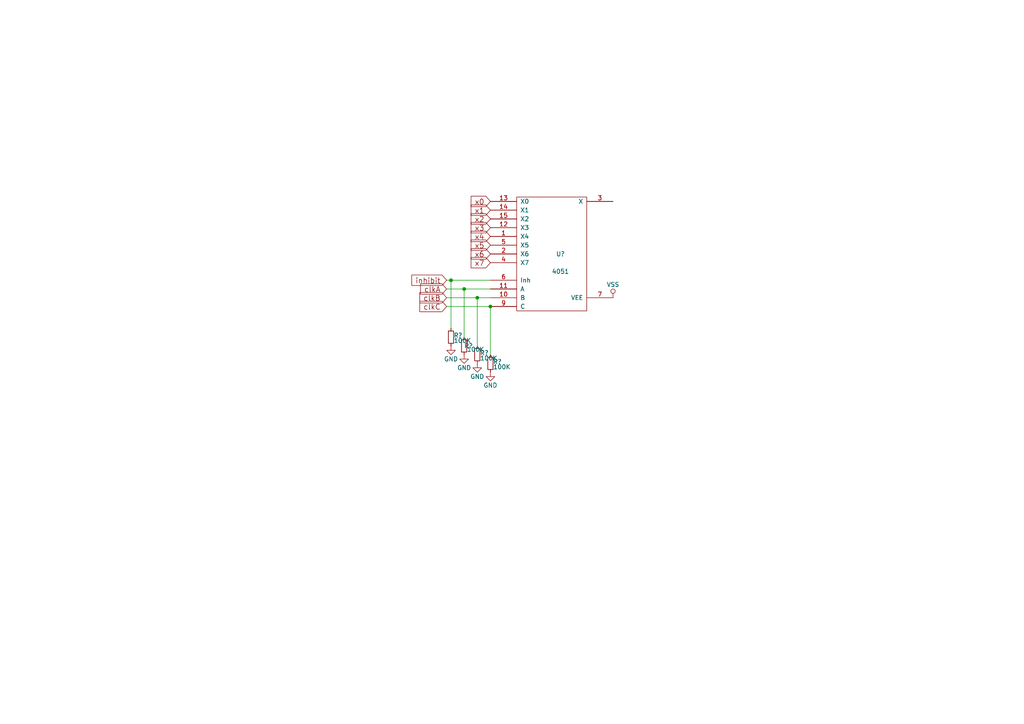
<source format=kicad_sch>
(kicad_sch (version 20230121) (generator eeschema)
  (paper "A4")
  (lib_symbols
    (symbol "CMOSworkshop-rescue:4051" (pin_names (offset 1.016))
      (property "Reference" "U" (at 2.54 0 0))
      (property "Value" "4051" (at 2.54 -5.08 0))
      (symbol "4051_0_0"
        (pin power_in line (at 0 16.51 270) (length 0) hide (name "VDD") (number "16"))
        (pin power_in line (at 0 -16.51 90) (length 0) hide (name "VSS") (number "8"))
      )
      (symbol "4051_0_1"
        (rectangle (start -10.16 16.51) (end 10.16 -16.51))
      )
      (symbol "4051_1_1"
        (pin passive line (at -17.78 5.08 0) (length 7.62) (name "X4") (number "1"))
        (pin input line (at -17.78 -12.7 0) (length 7.62) (name "B") (number "10"))
        (pin input line (at -17.78 -10.16 0) (length 7.62) (name "A") (number "11"))
        (pin passive line (at -17.78 7.62 0) (length 7.62) (name "X3") (number "12"))
        (pin passive line (at -17.78 15.24 0) (length 7.62) (name "X0") (number "13"))
        (pin passive line (at -17.78 12.7 0) (length 7.62) (name "X1") (number "14"))
        (pin passive line (at -17.78 10.16 0) (length 7.62) (name "X2") (number "15"))
        (pin passive line (at -17.78 0 0) (length 7.62) (name "X6") (number "2"))
        (pin passive line (at 17.78 15.24 180) (length 7.62) (name "X") (number "3"))
        (pin passive line (at -17.78 -2.54 0) (length 7.62) (name "X7") (number "4"))
        (pin passive line (at -17.78 2.54 0) (length 7.62) (name "X5") (number "5"))
        (pin input line (at -17.78 -7.62 0) (length 7.62) (name "Inh") (number "6"))
        (pin power_in line (at 17.78 -12.7 180) (length 7.62) (name "VEE") (number "7"))
        (pin input line (at -17.78 -15.24 0) (length 7.62) (name "C") (number "9"))
      )
    )
    (symbol "CMOSworkshop-rescue:GND" (power) (pin_names (offset 0))
      (property "Value" "GND" (at 0 -3.81 0))
      (symbol "GND_0_1"
        (polyline (pts (xy 0 0) (xy 0 -1.27) (xy 1.27 -1.27) (xy 0 -2.54) (xy -1.27 -1.27) (xy 0 -1.27)))
      )
      (symbol "GND_1_1"
        (pin power_in line (at 0 0 270) (length 0) hide (name "GND") (number "1"))
      )
    )
    (symbol "CMOSworkshop-rescue:R_Small" (pin_numbers hide) (pin_names (offset 0.254) hide)
      (property "Reference" "R" (at 0.762 0.508 0))
      (property "Value" "R_Small" (at 0.762 -1.016 0))
      (symbol "R_Small_0_1"
        (rectangle (start -0.762 1.778) (end 0.762 -1.778) (stroke (width 0.2032)))
      )
      (symbol "R_Small_1_1"
        (pin passive line (at 0 2.54 270) (length 0.762) (name "~") (number "1"))
        (pin passive line (at 0 -2.54 90) (length 0.762) (name "~") (number "2"))
      )
    )
    (symbol "CMOSworkshop-rescue:VSS" (power) (pin_names (offset 0))
      (property "Value" "VSS" (at 0 3.81 0))
      (symbol "VSS_0_1"
        (polyline (pts (xy 0 0) (xy 0 1.27)))
        (circle (center 0 1.905) (radius 0.635))
      )
      (symbol "VSS_1_1"
        (pin power_in line (at 0 0 90) (length 0) hide (name "VSS") (number "1"))
      )
    )
  )
  (junction (at 130.81 81.28))
  (junction (at 142.24 88.9))
  (junction (at 138.43 86.36))
  (junction (at 134.62 83.82))
  (wire (pts (xy 138.43 86.36) (xy 142.24 86.36)))
  (wire (pts (xy 129.54 86.36) (xy 138.43 86.36)))
  (wire (pts (xy 130.81 81.28) (xy 142.24 81.28)))
  (wire (pts (xy 129.54 83.82) (xy 134.62 83.82)))
  (wire (pts (xy 138.43 100.33) (xy 138.43 86.36)))
  (wire (pts (xy 134.62 97.79) (xy 134.62 83.82)))
  (wire (pts (xy 130.81 95.25) (xy 130.81 81.28)))
  (wire (pts (xy 129.54 81.28) (xy 130.81 81.28)))
  (wire (pts (xy 134.62 83.82) (xy 142.24 83.82)))
  (wire (pts (xy 129.54 88.9) (xy 142.24 88.9)))
  (wire (pts (xy 142.24 88.9) (xy 142.24 102.87)))
  (global_label "clkA" (shape input) (at 129.54 83.82 180) (effects (font (size 1.524 1.524))) (property "Intersheetrefs" "${INTERSHEET_REFS}" (effects hide)))
  (global_label "x5" (shape input) (at 142.24 71.12 180) (effects (font (size 1.524 1.524))) (property "Intersheetrefs" "${INTERSHEET_REFS}" (effects hide)))
  (global_label "x3" (shape input) (at 142.24 66.04 180) (effects (font (size 1.524 1.524))) (property "Intersheetrefs" "${INTERSHEET_REFS}" (effects hide)))
  (global_label "x1" (shape input) (at 142.24 60.96 180) (effects (font (size 1.524 1.524))) (property "Intersheetrefs" "${INTERSHEET_REFS}" (effects hide)))
  (global_label "x7" (shape input) (at 142.24 76.2 180) (effects (font (size 1.524 1.524))) (property "Intersheetrefs" "${INTERSHEET_REFS}" (effects hide)))
  (global_label "clkC" (shape input) (at 129.54 88.9 180) (effects (font (size 1.524 1.524))) (property "Intersheetrefs" "${INTERSHEET_REFS}" (effects hide)))
  (global_label "clkB" (shape input) (at 129.54 86.36 180) (effects (font (size 1.524 1.524))) (property "Intersheetrefs" "${INTERSHEET_REFS}" (effects hide)))
  (global_label "x4" (shape input) (at 142.24 68.58 180) (effects (font (size 1.524 1.524))) (property "Intersheetrefs" "${INTERSHEET_REFS}" (effects hide)))
  (global_label "x0" (shape input) (at 142.24 58.42 180) (effects (font (size 1.524 1.524))) (property "Intersheetrefs" "${INTERSHEET_REFS}" (effects hide)))
  (global_label "x2" (shape input) (at 142.24 63.5 180) (effects (font (size 1.524 1.524))) (property "Intersheetrefs" "${INTERSHEET_REFS}" (effects hide)))
  (global_label "x6" (shape input) (at 142.24 73.66 180) (effects (font (size 1.524 1.524))) (property "Intersheetrefs" "${INTERSHEET_REFS}" (effects hide)))
  (global_label "inhibit" (shape input) (at 129.54 81.28 180) (effects (font (size 1.524 1.524))) (property "Intersheetrefs" "${INTERSHEET_REFS}" (effects hide)))
  (symbol (lib_id "CMOSworkshop-rescue:4051") (at 160.02 73.66 0) (unit 1)
    (property "Reference" "U?" (at 162.56 73.66 0))
    (property "Value" "4051" (at 162.56 78.74 0))
  )
  (symbol (lib_id "CMOSworkshop-rescue:R_Small") (at 130.81 97.79 0) (unit 1)
    (property "Reference" "R?" (at 131.572 97.282 0) (effects (justify left)))
    (property "Value" "100K" (at 131.572 98.806 0) (effects (justify left)))
  )
  (symbol (lib_id "CMOSworkshop-rescue:R_Small") (at 134.62 100.33 0) (unit 1)
    (property "Reference" "R?" (at 134.62 100.33 0) (effects (justify left)))
    (property "Value" "100K" (at 135.382 101.346 0) (effects (justify left)))
  )
  (symbol (lib_id "CMOSworkshop-rescue:R_Small") (at 138.43 102.87 0) (unit 1)
    (property "Reference" "R?" (at 139.192 102.362 0) (effects (justify left)))
    (property "Value" "100K" (at 139.192 103.886 0) (effects (justify left)))
  )
  (symbol (lib_id "CMOSworkshop-rescue:R_Small") (at 142.24 105.41 0) (unit 1)
    (property "Reference" "R?" (at 143.002 104.902 0) (effects (justify left)))
    (property "Value" "100K" (at 143.002 106.426 0) (effects (justify left)))
  )
  (symbol (lib_id "CMOSworkshop-rescue:GND") (at 130.81 100.33 0) (unit 1)
    (property "Reference" "#PWR?" (effects hide))
    (property "Value" "GND" (at 130.81 104.14 0))
  )
  (symbol (lib_id "CMOSworkshop-rescue:GND") (at 134.62 102.87 0) (unit 1)
    (property "Reference" "#PWR?" (effects hide))
    (property "Value" "GND" (at 134.62 106.68 0))
  )
  (symbol (lib_id "CMOSworkshop-rescue:GND") (at 138.43 105.41 0) (unit 1)
    (property "Reference" "#PWR?" (effects hide))
    (property "Value" "GND" (at 138.43 109.22 0))
  )
  (symbol (lib_id "CMOSworkshop-rescue:GND") (at 142.24 107.95 0) (unit 1)
    (property "Reference" "#PWR?" (effects hide))
    (property "Value" "GND" (at 142.24 111.76 0))
  )
  (symbol (lib_id "CMOSworkshop-rescue:VSS") (at 177.8 86.36 0) (unit 1)
    (property "Reference" "#PWR?" (effects hide))
    (property "Value" "VSS" (at 177.8 82.55 0))
  )
)
</source>
